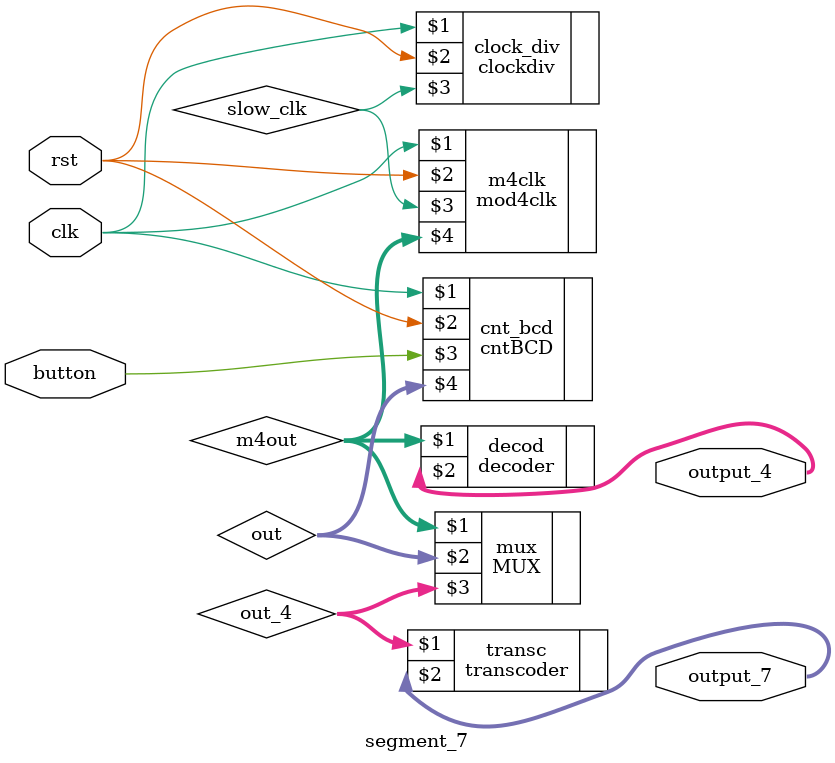
<source format=v>
`timescale 1ns / 1ps
module segment_7(
    input clk,
    input rst,
    input button,
    output [3:0] output_4,
    output [6:0] output_7
    );
wire [15:0] out;
wire [3:0] out_4;
wire [1:0] m4out;

clockdiv clock_div(clk, rst, slow_clk);
mod4clk m4clk(clk, rst, slow_clk, m4out);
decoder decod(m4out, output_4);
cntBCD cnt_bcd(clk, rst, button, out);
MUX mux(m4out, out, out_4);
transcoder transc(out_4, output_7);

endmodule

</source>
